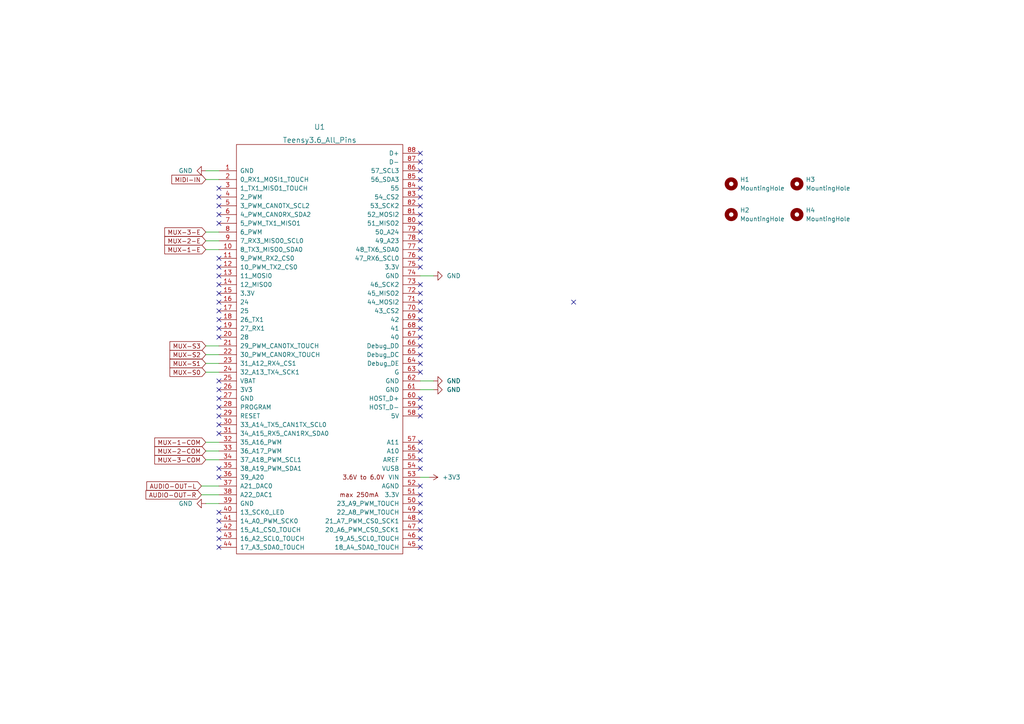
<source format=kicad_sch>
(kicad_sch (version 20211123) (generator eeschema)
  (paper "A4")
  (lib_symbols
    (symbol "Mechanical:MountingHole" (pin_names (offset 1.016))
      (property "Reference" "H" (at 0 5.08 0))
      (property "Value" "MountingHole" (at 0 3.175 0))
      (symbol "MountingHole_0_1"
        (circle (center 0 0) (radius 1.27) (stroke (width 1.27)))
      )
    )
    (symbol "Teensy:Teensy3.6_All_Pins" (pin_names (offset 1.016))
      (property "Reference" "U" (at 0 64.135 0))
      (property "Value" "Teensy3.6_All_Pins" (at 0 -59.69 0))
      (symbol "Teensy3.6_All_Pins_0_0"
        (rectangle (start -24.13 62.23) (end 24.13 -56.515))
        (text "3.6V to 6.0V" (at 12.7 -34.29 0) (effects (font (size 1.27 1.27))))
        (text "max 250mA" (at 11.43 -39.37 0) (effects (font (size 1.27 1.27))))
      )
      (symbol "Teensy3.6_All_Pins_1_1"
        (pin power_in line (at -29.21 54.61 0) (length 5.08) (name "GND") (number "1"))
        (pin bidirectional line (at -29.21 31.75 0) (length 5.08) (name "8_TX3_MISO0_SDA0") (number "10"))
        (pin bidirectional line (at -29.21 29.21 0) (length 5.08) (name "9_PWM_RX2_CS0") (number "11"))
        (pin bidirectional line (at -29.21 26.67 0) (length 5.08) (name "10_PWM_TX2_CS0") (number "12"))
        (pin bidirectional line (at -29.21 24.13 0) (length 5.08) (name "11_MOSI0") (number "13"))
        (pin bidirectional line (at -29.21 21.59 0) (length 5.08) (name "12_MISO0") (number "14"))
        (pin power_in line (at -29.21 19.05 0) (length 5.08) (name "3.3V") (number "15"))
        (pin bidirectional line (at -29.21 16.51 0) (length 5.08) (name "24") (number "16"))
        (pin bidirectional line (at -29.21 13.97 0) (length 5.08) (name "25") (number "17"))
        (pin bidirectional line (at -29.21 11.43 0) (length 5.08) (name "26_TX1") (number "18"))
        (pin bidirectional line (at -29.21 8.89 0) (length 5.08) (name "27_RX1") (number "19"))
        (pin bidirectional line (at -29.21 52.07 0) (length 5.08) (name "0_RX1_MOSI1_TOUCH") (number "2"))
        (pin bidirectional line (at -29.21 6.35 0) (length 5.08) (name "28") (number "20"))
        (pin bidirectional line (at -29.21 3.81 0) (length 5.08) (name "29_PWM_CAN0TX_TOUCH") (number "21"))
        (pin bidirectional line (at -29.21 1.27 0) (length 5.08) (name "30_PWM_CAN0RX_TOUCH") (number "22"))
        (pin bidirectional line (at -29.21 -1.27 0) (length 5.08) (name "31_A12_RX4_CS1") (number "23"))
        (pin bidirectional line (at -29.21 -3.81 0) (length 5.08) (name "32_A13_TX4_SCK1") (number "24"))
        (pin power_in line (at -29.21 -6.35 0) (length 5.08) (name "VBAT") (number "25"))
        (pin power_in line (at -29.21 -8.89 0) (length 5.08) (name "3V3") (number "26"))
        (pin power_in line (at -29.21 -11.43 0) (length 5.08) (name "GND") (number "27"))
        (pin input line (at -29.21 -13.97 0) (length 5.08) (name "PROGRAM") (number "28"))
        (pin input line (at -29.21 -16.51 0) (length 5.08) (name "RESET") (number "29"))
        (pin bidirectional line (at -29.21 49.53 0) (length 5.08) (name "1_TX1_MISO1_TOUCH") (number "3"))
        (pin bidirectional line (at -29.21 -19.05 0) (length 5.08) (name "33_A14_TX5_CAN1TX_SCL0") (number "30"))
        (pin bidirectional line (at -29.21 -21.59 0) (length 5.08) (name "34_A15_RX5_CAN1RX_SDA0") (number "31"))
        (pin bidirectional line (at -29.21 -24.13 0) (length 5.08) (name "35_A16_PWM") (number "32"))
        (pin bidirectional line (at -29.21 -26.67 0) (length 5.08) (name "36_A17_PWM") (number "33"))
        (pin bidirectional line (at -29.21 -29.21 0) (length 5.08) (name "37_A18_PWM_SCL1") (number "34"))
        (pin bidirectional line (at -29.21 -31.75 0) (length 5.08) (name "38_A19_PWM_SDA1") (number "35"))
        (pin bidirectional line (at -29.21 -34.29 0) (length 5.08) (name "39_A20") (number "36"))
        (pin bidirectional line (at -29.21 -36.83 0) (length 5.08) (name "A21_DAC0") (number "37"))
        (pin bidirectional line (at -29.21 -39.37 0) (length 5.08) (name "A22_DAC1") (number "38"))
        (pin power_in line (at -29.21 -41.91 0) (length 5.08) (name "GND") (number "39"))
        (pin bidirectional line (at -29.21 46.99 0) (length 5.08) (name "2_PWM") (number "4"))
        (pin bidirectional line (at -29.21 -44.45 0) (length 5.08) (name "13_SCK0_LED") (number "40"))
        (pin bidirectional line (at -29.21 -46.99 0) (length 5.08) (name "14_A0_PWM_SCK0") (number "41"))
        (pin bidirectional line (at -29.21 -49.53 0) (length 5.08) (name "15_A1_CS0_TOUCH") (number "42"))
        (pin bidirectional line (at -29.21 -52.07 0) (length 5.08) (name "16_A2_SCL0_TOUCH") (number "43"))
        (pin bidirectional line (at -29.21 -54.61 0) (length 5.08) (name "17_A3_SDA0_TOUCH") (number "44"))
        (pin bidirectional line (at 29.21 -54.61 180) (length 5.08) (name "18_A4_SDA0_TOUCH") (number "45"))
        (pin bidirectional line (at 29.21 -52.07 180) (length 5.08) (name "19_A5_SCL0_TOUCH") (number "46"))
        (pin bidirectional line (at 29.21 -49.53 180) (length 5.08) (name "20_A6_PWM_CS0_SCK1") (number "47"))
        (pin bidirectional line (at 29.21 -46.99 180) (length 5.08) (name "21_A7_PWM_CS0_SCK1") (number "48"))
        (pin bidirectional line (at 29.21 -44.45 180) (length 5.08) (name "22_A8_PWM_TOUCH") (number "49"))
        (pin bidirectional line (at -29.21 44.45 0) (length 5.08) (name "3_PWM_CAN0TX_SCL2") (number "5"))
        (pin bidirectional line (at 29.21 -41.91 180) (length 5.08) (name "23_A9_PWM_TOUCH") (number "50"))
        (pin power_out line (at 29.21 -39.37 180) (length 5.08) (name "3.3V") (number "51"))
        (pin power_out line (at 29.21 -36.83 180) (length 5.08) (name "AGND") (number "52"))
        (pin power_in line (at 29.21 -34.29 180) (length 5.08) (name "VIN") (number "53"))
        (pin power_in line (at 29.21 -31.75 180) (length 5.08) (name "VUSB") (number "54"))
        (pin input line (at 29.21 -29.21 180) (length 5.08) (name "AREF") (number "55"))
        (pin bidirectional line (at 29.21 -26.67 180) (length 5.08) (name "A10") (number "56"))
        (pin bidirectional line (at 29.21 -24.13 180) (length 5.08) (name "A11") (number "57"))
        (pin power_in line (at 29.21 -16.51 180) (length 5.08) (name "5V") (number "58"))
        (pin bidirectional line (at 29.21 -13.97 180) (length 5.08) (name "HOST_D-") (number "59"))
        (pin bidirectional line (at -29.21 41.91 0) (length 5.08) (name "4_PWM_CAN0RX_SDA2") (number "6"))
        (pin bidirectional line (at 29.21 -11.43 180) (length 5.08) (name "HOST_D+") (number "60"))
        (pin power_in line (at 29.21 -8.89 180) (length 5.08) (name "GND") (number "61"))
        (pin power_in line (at 29.21 -6.35 180) (length 5.08) (name "GND") (number "62"))
        (pin power_in line (at 29.21 -3.81 180) (length 5.08) (name "G") (number "63"))
        (pin input line (at 29.21 -1.27 180) (length 5.08) (name "Debug_DE") (number "64"))
        (pin input line (at 29.21 1.27 180) (length 5.08) (name "Debug_DC") (number "65"))
        (pin input line (at 29.21 3.81 180) (length 5.08) (name "Debug_DD") (number "66"))
        (pin bidirectional line (at 29.21 6.35 180) (length 5.08) (name "40") (number "67"))
        (pin bidirectional line (at 29.21 8.89 180) (length 5.08) (name "41") (number "68"))
        (pin bidirectional line (at 29.21 11.43 180) (length 5.08) (name "42") (number "69"))
        (pin bidirectional line (at -29.21 39.37 0) (length 5.08) (name "5_PWM_TX1_MISO1") (number "7"))
        (pin bidirectional line (at 29.21 13.97 180) (length 5.08) (name "43_CS2") (number "70"))
        (pin bidirectional line (at 29.21 16.51 180) (length 5.08) (name "44_MOSI2") (number "71"))
        (pin bidirectional line (at 29.21 19.05 180) (length 5.08) (name "45_MISO2") (number "72"))
        (pin bidirectional line (at 29.21 21.59 180) (length 5.08) (name "46_SCK2") (number "73"))
        (pin power_in line (at 29.21 24.13 180) (length 5.08) (name "GND") (number "74"))
        (pin power_in line (at 29.21 26.67 180) (length 5.08) (name "3.3V") (number "75"))
        (pin bidirectional line (at 29.21 29.21 180) (length 5.08) (name "47_RX6_SCL0") (number "76"))
        (pin bidirectional line (at 29.21 31.75 180) (length 5.08) (name "48_TX6_SDA0") (number "77"))
        (pin bidirectional line (at 29.21 34.29 180) (length 5.08) (name "49_A23") (number "78"))
        (pin bidirectional line (at 29.21 36.83 180) (length 5.08) (name "50_A24") (number "79"))
        (pin bidirectional line (at -29.21 36.83 0) (length 5.08) (name "6_PWM") (number "8"))
        (pin bidirectional line (at 29.21 39.37 180) (length 5.08) (name "51_MISO2") (number "80"))
        (pin bidirectional line (at 29.21 41.91 180) (length 5.08) (name "52_MOSI2") (number "81"))
        (pin bidirectional line (at 29.21 44.45 180) (length 5.08) (name "53_SCK2") (number "82"))
        (pin bidirectional line (at 29.21 46.99 180) (length 5.08) (name "54_CS2") (number "83"))
        (pin bidirectional line (at 29.21 49.53 180) (length 5.08) (name "55") (number "84"))
        (pin bidirectional line (at 29.21 52.07 180) (length 5.08) (name "56_SDA3") (number "85"))
        (pin bidirectional line (at 29.21 54.61 180) (length 5.08) (name "57_SCL3") (number "86"))
        (pin input line (at 29.21 57.15 180) (length 5.08) (name "D-") (number "87"))
        (pin input line (at 29.21 59.69 180) (length 5.08) (name "D+") (number "88"))
        (pin bidirectional line (at -29.21 34.29 0) (length 5.08) (name "7_RX3_MISO0_SCL0") (number "9"))
      )
    )
    (symbol "power:+3.3V" (power) (pin_names (offset 0))
      (property "Value" "+3.3V" (at 0 3.556 0))
      (symbol "+3.3V_0_1"
        (polyline (pts (xy -0.762 1.27) (xy 0 2.54)))
        (polyline (pts (xy 0 0) (xy 0 2.54)))
        (polyline (pts (xy 0 2.54) (xy 0.762 1.27)))
      )
      (symbol "+3.3V_1_1"
        (pin power_in line (at 0 0 90) (length 0) hide (name "+3V3") (number "1"))
      )
    )
    (symbol "power:GND" (power) (pin_names (offset 0))
      (property "Value" "GND" (at 0 -3.81 0))
      (symbol "GND_0_1"
        (polyline (pts (xy 0 0) (xy 0 -1.27) (xy 1.27 -1.27) (xy 0 -2.54) (xy -1.27 -1.27) (xy 0 -1.27)))
      )
      (symbol "GND_1_1"
        (pin power_in line (at 0 0 270) (length 0) hide (name "GND") (number "1"))
      )
    )
  )
  (no_connect (at 121.92 120.65))
  (no_connect (at 121.92 118.11))
  (no_connect (at 121.92 115.57))
  (no_connect (at 121.92 128.27))
  (no_connect (at 63.5 54.61))
  (no_connect (at 63.5 92.71))
  (no_connect (at 63.5 95.25))
  (no_connect (at 63.5 97.79))
  (no_connect (at 63.5 57.15))
  (no_connect (at 63.5 59.69))
  (no_connect (at 63.5 62.23))
  (no_connect (at 63.5 64.77))
  (no_connect (at 121.92 46.99))
  (no_connect (at 121.92 44.45))
  (no_connect (at 121.92 57.15))
  (no_connect (at 121.92 54.61))
  (no_connect (at 121.92 52.07))
  (no_connect (at 121.92 49.53))
  (no_connect (at 63.5 135.89))
  (no_connect (at 63.5 120.65))
  (no_connect (at 63.5 123.19))
  (no_connect (at 63.5 138.43))
  (no_connect (at 63.5 74.93))
  (no_connect (at 63.5 77.47))
  (no_connect (at 63.5 113.03))
  (no_connect (at 63.5 118.11))
  (no_connect (at 63.5 110.49))
  (no_connect (at 63.5 80.01))
  (no_connect (at 63.5 82.55))
  (no_connect (at 63.5 85.09))
  (no_connect (at 63.5 87.63))
  (no_connect (at 63.5 90.17))
  (no_connect (at 121.92 140.97))
  (no_connect (at 121.92 143.51))
  (no_connect (at 121.92 146.05))
  (no_connect (at 121.92 148.59))
  (no_connect (at 121.92 151.13))
  (no_connect (at 121.92 153.67))
  (no_connect (at 121.92 156.21))
  (no_connect (at 121.92 158.75))
  (no_connect (at 63.5 151.13))
  (no_connect (at 63.5 153.67))
  (no_connect (at 63.5 156.21))
  (no_connect (at 63.5 158.75))
  (no_connect (at 63.5 148.59))
  (no_connect (at 121.92 133.35))
  (no_connect (at 121.92 135.89))
  (no_connect (at 121.92 130.81))
  (no_connect (at 63.5 125.73))
  (no_connect (at 121.92 102.87))
  (no_connect (at 121.92 100.33))
  (no_connect (at 121.92 107.95))
  (no_connect (at 121.92 105.41))
  (no_connect (at 63.5 115.57))
  (no_connect (at 166.37 87.63))
  (no_connect (at 121.92 62.23))
  (no_connect (at 121.92 64.77))
  (no_connect (at 121.92 67.31))
  (no_connect (at 121.92 69.85))
  (no_connect (at 121.92 72.39))
  (no_connect (at 121.92 74.93))
  (no_connect (at 121.92 77.47))
  (no_connect (at 121.92 82.55))
  (no_connect (at 121.92 85.09))
  (no_connect (at 121.92 87.63))
  (no_connect (at 121.92 97.79))
  (no_connect (at 121.92 59.69))
  (no_connect (at 121.92 90.17))
  (no_connect (at 121.92 92.71))
  (no_connect (at 121.92 95.25))
  (wire (pts (xy 59.69 52.07) (xy 63.5 52.07)))
  (wire (pts (xy 121.92 138.43) (xy 124.46 138.43)))
  (wire (pts (xy 59.69 102.87) (xy 63.5 102.87)))
  (wire (pts (xy 58.42 143.51) (xy 63.5 143.51)))
  (wire (pts (xy 58.42 140.97) (xy 63.5 140.97)))
  (wire (pts (xy 59.69 133.35) (xy 63.5 133.35)))
  (wire (pts (xy 59.69 107.95) (xy 63.5 107.95)))
  (wire (pts (xy 59.69 146.05) (xy 63.5 146.05)))
  (wire (pts (xy 121.92 110.49) (xy 125.73 110.49)))
  (wire (pts (xy 59.69 105.41) (xy 63.5 105.41)))
  (wire (pts (xy 59.69 49.53) (xy 63.5 49.53)))
  (wire (pts (xy 121.92 80.01) (xy 125.73 80.01)))
  (wire (pts (xy 59.69 67.31) (xy 63.5 67.31)))
  (wire (pts (xy 59.69 72.39) (xy 63.5 72.39)))
  (wire (pts (xy 59.69 130.81) (xy 63.5 130.81)))
  (wire (pts (xy 59.69 100.33) (xy 63.5 100.33)))
  (wire (pts (xy 59.69 69.85) (xy 63.5 69.85)))
  (wire (pts (xy 121.92 113.03) (xy 125.73 113.03)))
  (wire (pts (xy 59.69 128.27) (xy 63.5 128.27)))
  (global_label "MUX-1-E" (shape input) (at 59.69 72.39 180) (property "Intersheet References" "${INTERSHEET_REFS}" (effects hide)))
  (global_label "AUDIO-OUT-R" (shape input) (at 58.42 143.51 180) (property "Intersheet References" "${INTERSHEET_REFS}" (effects hide)))
  (global_label "MIDI-IN" (shape input) (at 59.69 52.07 180) (property "Intersheet References" "${INTERSHEET_REFS}" (effects hide)))
  (global_label "MUX-1-COM" (shape input) (at 59.69 128.27 180) (property "Intersheet References" "${INTERSHEET_REFS}" (effects hide)))
  (global_label "MUX-S3" (shape input) (at 59.69 100.33 180) (property "Intersheet References" "${INTERSHEET_REFS}" (effects hide)))
  (global_label "MUX-2-E" (shape input) (at 59.69 69.85 180) (property "Intersheet References" "${INTERSHEET_REFS}" (effects hide)))
  (global_label "MUX-S0" (shape input) (at 59.69 107.95 180) (property "Intersheet References" "${INTERSHEET_REFS}" (effects hide)))
  (global_label "MUX-S1" (shape input) (at 59.69 105.41 180) (property "Intersheet References" "${INTERSHEET_REFS}" (effects hide)))
  (global_label "MUX-2-COM" (shape input) (at 59.69 130.81 180) (property "Intersheet References" "${INTERSHEET_REFS}" (effects hide)))
  (global_label "AUDIO-OUT-L" (shape input) (at 58.42 140.97 180) (property "Intersheet References" "${INTERSHEET_REFS}" (effects hide)))
  (global_label "MUX-S2" (shape input) (at 59.69 102.87 180) (property "Intersheet References" "${INTERSHEET_REFS}" (effects hide)))
  (global_label "MUX-3-E" (shape input) (at 59.69 67.31 180) (property "Intersheet References" "${INTERSHEET_REFS}" (effects hide)))
  (global_label "MUX-3-COM" (shape input) (at 59.69 133.35 180) (property "Intersheet References" "${INTERSHEET_REFS}" (effects hide)))
  (symbol (lib_id "power:+3.3V") (at 124.46 138.43 270) (unit 1)
    (property "Reference" "#PWR0106" (effects hide))
    (property "Value" "+3.3V" (at 128.27 138.4299 90) (effects (justify left)))
  )
  (symbol (lib_id "Mechanical:MountingHole") (at 231.14 62.23 0) (unit 1)
    (property "Reference" "H4" (at 233.68 60.9599 0) (effects (justify left)))
    (property "Value" "MountingHole" (at 233.68 63.4999 0) (effects (justify left)))
    (property "Footprint" "MountingHole:MountingHole_4.3mm_M4_DIN965" (effects hide))
  )
  (symbol (lib_id "Mechanical:MountingHole") (at 212.09 62.23 0) (unit 1)
    (property "Reference" "H2" (at 214.63 60.9599 0) (effects (justify left)))
    (property "Value" "MountingHole" (at 214.63 63.4999 0) (effects (justify left)))
    (property "Footprint" "MountingHole:MountingHole_4.3mm_M4_DIN965" (effects hide))
  )
  (symbol (lib_id "Teensy:Teensy3.6_All_Pins") (at 92.71 104.14 0) (unit 1)
    (property "Reference" "U1" (at 92.71 36.83 0) (effects (font (size 1.524 1.524))))
    (property "Value" "Teensy3.6_All_Pins" (at 92.71 40.64 0) (effects (font (size 1.524 1.524))))
    (property "Footprint" "Teensy:Teensy35_36_All_Pins" (effects hide))
  )
  (symbol (lib_id "power:GND") (at 125.73 113.03 90) (unit 1)
    (property "Reference" "#PWR0104" (effects hide))
    (property "Value" "GND" (at 129.54 113.0299 90) (effects (justify right)))
  )
  (symbol (lib_id "power:GND") (at 59.69 146.05 270) (unit 1)
    (property "Reference" "#PWR0103" (effects hide))
    (property "Value" "GND" (at 55.88 146.0499 90) (effects (justify right)))
  )
  (symbol (lib_id "power:GND") (at 125.73 80.01 90) (unit 1)
    (property "Reference" "#PWR0105" (effects hide))
    (property "Value" "GND" (at 129.54 80.0099 90) (effects (justify right)))
  )
  (symbol (lib_id "power:GND") (at 125.73 110.49 90) (unit 1)
    (property "Reference" "#PWR0107" (effects hide))
    (property "Value" "GND" (at 129.54 110.4899 90) (effects (justify right)))
  )
  (symbol (lib_id "Mechanical:MountingHole") (at 231.14 53.34 0) (unit 1)
    (property "Reference" "H3" (at 233.68 52.0699 0) (effects (justify left)))
    (property "Value" "MountingHole" (at 233.68 54.6099 0) (effects (justify left)))
    (property "Footprint" "MountingHole:MountingHole_4.3mm_M4_DIN965" (effects hide))
  )
  (symbol (lib_id "Mechanical:MountingHole") (at 212.09 53.34 0) (unit 1)
    (property "Reference" "H1" (at 214.63 52.0699 0) (effects (justify left)))
    (property "Value" "MountingHole" (at 214.63 54.6099 0) (effects (justify left)))
    (property "Footprint" "MountingHole:MountingHole_4.3mm_M4_DIN965" (effects hide))
  )
  (symbol (lib_id "power:GND") (at 59.69 49.53 270) (unit 1)
    (property "Reference" "#PWR0101" (effects hide))
    (property "Value" "GND" (at 55.88 49.5299 90) (effects (justify right)))
  )
)
</source>
